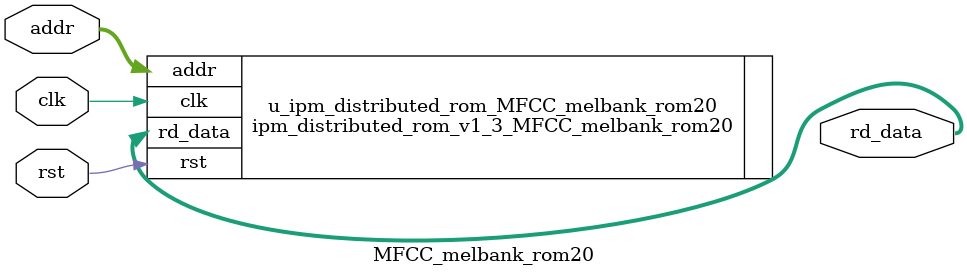
<source format=v>


`timescale 1 ns / 1 ps
module MFCC_melbank_rom20
    (
     addr        ,
     rst         ,
     clk         ,
     rd_data
    );

    localparam ADDR_WIDTH = 9 ; //@IPC int 4,10

    localparam DATA_WIDTH = 8 ; //@IPC int 1,256

    localparam RST_TYPE = "ASYNC" ; //@IPC enum ASYNC,SYNC

    localparam OUT_REG = 0 ; //@IPC bool

    localparam INIT_ENABLE = 1 ; //@IPC bool

    localparam INIT_FILE = "D:/PDS_FPGA/Audio_test/ipcore/MFCC_melbank_rom20/rtl/output19_MFCC_melbank_rom20.dat" ; //@IPC string

    localparam FILE_FORMAT = "BIN" ; //@IPC enum BIN,HEX


     output   wire  [DATA_WIDTH-1:0]       rd_data ;
     input    wire  [ADDR_WIDTH-1:0]       addr    ;
     input                                 clk     ;
     input                                 rst     ;

ipm_distributed_rom_v1_3_MFCC_melbank_rom20
   #(
     .ADDR_WIDTH    (ADDR_WIDTH     ), //address width   range:4-10
     .DATA_WIDTH    (DATA_WIDTH     ), //data width      range:4-256
     .RST_TYPE      (RST_TYPE       ), //reset type   "ASYNC_RESET" "SYNC_RESET"
     .OUT_REG       (OUT_REG        ), //output options :non_register(0)  register(1)
     .INIT_FILE     (INIT_FILE      ), //legal value:"NONE" or "initial file name"
     .FILE_FORMAT   (FILE_FORMAT    )  //initial data format : "bin" or "hex"
    )u_ipm_distributed_rom_MFCC_melbank_rom20
    (
     .rd_data       (rd_data        ),
     .addr          (addr           ),
     .clk           (clk            ),
     .rst           (rst            )

    );
endmodule

</source>
